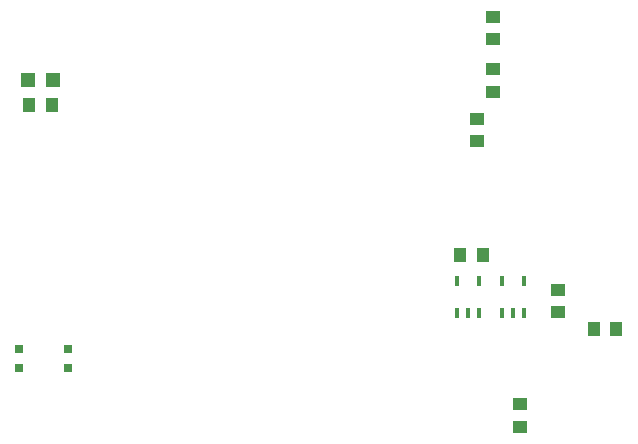
<source format=gtp>
G04 DipTrace 3.0.0.0*
G04 Teensy-Arbotix-mini.gtp*
%MOIN*%
G04 #@! TF.FileFunction,Paste,Top*
G04 #@! TF.Part,Single*
%ADD32R,0.047244X0.047244*%
%ADD58R,0.015748X0.035433*%
%ADD70R,0.027559X0.031496*%
%ADD72R,0.043307X0.051181*%
%ADD88R,0.051181X0.043307*%
%FSLAX26Y26*%
G04*
G70*
G90*
G75*
G01*
G04 TopPaste*
%LPD*%
D88*
X2053701Y1828701D3*
Y1903504D3*
X2143701Y611103D3*
Y536299D3*
D32*
X585040Y1693701D3*
X502362D3*
D88*
X2053701Y1653701D3*
Y1728504D3*
X1998701Y1488701D3*
Y1563504D3*
D72*
X506299Y1608701D3*
X581103D3*
D70*
X473701Y733701D3*
X635118D3*
Y796693D3*
X473701D3*
D72*
X1943701Y1108701D3*
X2018504D3*
D88*
X2268701Y993701D3*
Y918898D3*
D72*
X2388701Y863701D3*
X2463504D3*
D58*
X1931299Y915551D3*
X1968701D3*
X2006103D3*
Y1021851D3*
X1931299D3*
X2081299Y915551D3*
X2118701D3*
X2156103D3*
Y1021851D3*
X2081299D3*
M02*

</source>
